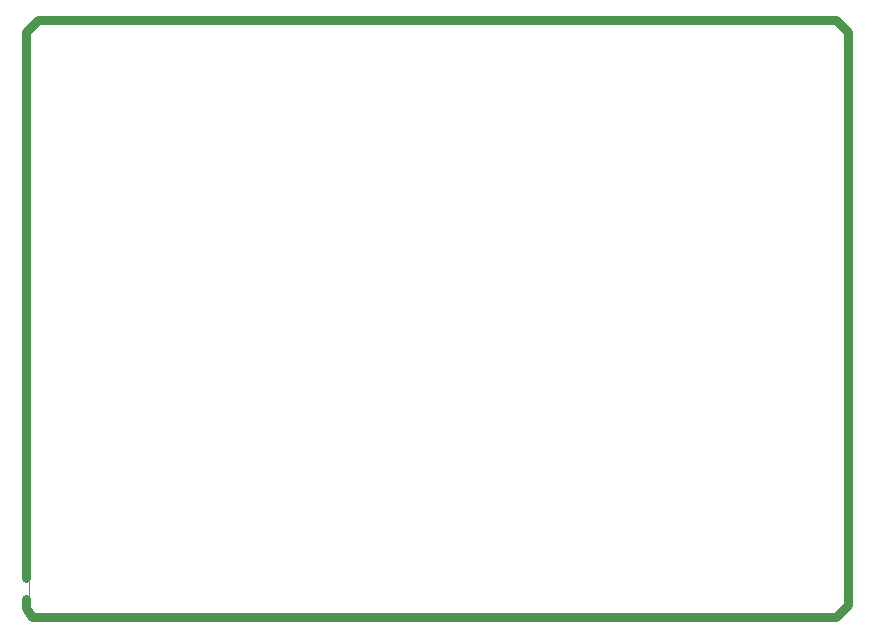
<source format=gbr>
%TF.GenerationSoftware,KiCad,Pcbnew,6.0.11-2627ca5db0~126~ubuntu22.04.1*%
%TF.CreationDate,2023-04-08T12:37:41-04:00*%
%TF.ProjectId,sub_rf_mod,7375625f-7266-45f6-9d6f-642e6b696361,rev?*%
%TF.SameCoordinates,Original*%
%TF.FileFunction,Other,User*%
%FSLAX46Y46*%
G04 Gerber Fmt 4.6, Leading zero omitted, Abs format (unit mm)*
G04 Created by KiCad (PCBNEW 6.0.11-2627ca5db0~126~ubuntu22.04.1) date 2023-04-08 12:37:41*
%MOMM*%
%LPD*%
G01*
G04 APERTURE LIST*
%ADD10C,0.800000*%
%TA.AperFunction,Profile*%
%ADD11C,0.100000*%
%TD*%
G04 APERTURE END LIST*
D10*
X176784000Y-117475000D02*
X177800000Y-116459000D01*
X109220000Y-66929000D02*
X108204000Y-67945000D01*
D11*
X108966000Y-67183000D02*
X177038000Y-67183000D01*
X108966000Y-67183000D02*
X108458000Y-67691000D01*
X177546000Y-116713000D02*
X177546000Y-67691000D01*
X177038000Y-67183000D02*
X177546000Y-67691000D01*
X108458000Y-116713000D02*
X108966000Y-117221000D01*
X108458000Y-116713000D02*
X108458000Y-67691000D01*
X177038000Y-117221000D02*
X177546000Y-116713000D01*
X108966000Y-117221000D02*
X177038000Y-117221000D01*
D10*
X176784000Y-66929000D02*
X109220000Y-66929000D01*
X108204000Y-67945000D02*
X108204000Y-114173000D01*
X108712000Y-117475000D02*
X108204000Y-116713000D01*
X108204000Y-116713000D02*
X108204000Y-115951000D01*
X177800000Y-116459000D02*
X177800000Y-67945000D01*
X177800000Y-67945000D02*
X176784000Y-66929000D01*
X108712000Y-117475000D02*
X176784000Y-117475000D01*
M02*

</source>
